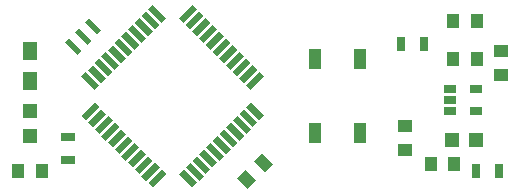
<source format=gtp>
%TF.GenerationSoftware,KiCad,Pcbnew,4.0.4-stable*%
%TF.CreationDate,2016-12-09T18:56:54+00:00*%
%TF.ProjectId,mightyduino,6D69676874796475696E6F2E6B696361,1.2*%
%TF.FileFunction,Paste,Top*%
%FSLAX46Y46*%
G04 Gerber Fmt 4.6, Leading zero omitted, Abs format (unit mm)*
G04 Created by KiCad (PCBNEW 4.0.4-stable) date Friday, 09 '09e' December '09e' 2016, 18:56:54*
%MOMM*%
%LPD*%
G01*
G04 APERTURE LIST*
%ADD10C,0.100000*%
%ADD11R,1.250000X1.000000*%
%ADD12R,1.000000X1.250000*%
%ADD13R,1.198880X1.198880*%
%ADD14R,1.250000X1.500000*%
%ADD15R,1.300000X0.700000*%
%ADD16R,0.700000X1.300000*%
%ADD17R,1.000000X1.700000*%
%ADD18R,1.060000X0.650000*%
G04 APERTURE END LIST*
D10*
D11*
X165100000Y-113030000D03*
X165100000Y-115030000D03*
D12*
X171180000Y-107315000D03*
X169180000Y-107315000D03*
X171180000Y-104140000D03*
X169180000Y-104140000D03*
D10*
G36*
X151781281Y-118342602D02*
X150897398Y-117458719D01*
X151604505Y-116751612D01*
X152488388Y-117635495D01*
X151781281Y-118342602D01*
X151781281Y-118342602D01*
G37*
G36*
X153195495Y-116928388D02*
X152311612Y-116044505D01*
X153018719Y-115337398D01*
X153902602Y-116221281D01*
X153195495Y-116928388D01*
X153195495Y-116928388D01*
G37*
D12*
X167275000Y-116205000D03*
X169275000Y-116205000D03*
D13*
X133350000Y-113858040D03*
X133350000Y-111760000D03*
D14*
X133350000Y-109200000D03*
X133350000Y-106700000D03*
D10*
G36*
X143343177Y-103157302D02*
X143739156Y-102761323D01*
X144870527Y-103892694D01*
X144474548Y-104288673D01*
X143343177Y-103157302D01*
X143343177Y-103157302D01*
G37*
G36*
X142777492Y-103722988D02*
X143173471Y-103327009D01*
X144304842Y-104458380D01*
X143908863Y-104854359D01*
X142777492Y-103722988D01*
X142777492Y-103722988D01*
G37*
G36*
X142211807Y-104288673D02*
X142607786Y-103892694D01*
X143739157Y-105024065D01*
X143343178Y-105420044D01*
X142211807Y-104288673D01*
X142211807Y-104288673D01*
G37*
G36*
X141646121Y-104854358D02*
X142042100Y-104458379D01*
X143173471Y-105589750D01*
X142777492Y-105985729D01*
X141646121Y-104854358D01*
X141646121Y-104854358D01*
G37*
G36*
X141080436Y-105420044D02*
X141476415Y-105024065D01*
X142607786Y-106155436D01*
X142211807Y-106551415D01*
X141080436Y-105420044D01*
X141080436Y-105420044D01*
G37*
G36*
X140514750Y-105985729D02*
X140910729Y-105589750D01*
X142042100Y-106721121D01*
X141646121Y-107117100D01*
X140514750Y-105985729D01*
X140514750Y-105985729D01*
G37*
G36*
X139949065Y-106551415D02*
X140345044Y-106155436D01*
X141476415Y-107286807D01*
X141080436Y-107682786D01*
X139949065Y-106551415D01*
X139949065Y-106551415D01*
G37*
G36*
X139383379Y-107117100D02*
X139779358Y-106721121D01*
X140910729Y-107852492D01*
X140514750Y-108248471D01*
X139383379Y-107117100D01*
X139383379Y-107117100D01*
G37*
G36*
X138817694Y-107682786D02*
X139213673Y-107286807D01*
X140345044Y-108418178D01*
X139949065Y-108814157D01*
X138817694Y-107682786D01*
X138817694Y-107682786D01*
G37*
G36*
X138252009Y-108248471D02*
X138647988Y-107852492D01*
X139779359Y-108983863D01*
X139383380Y-109379842D01*
X138252009Y-108248471D01*
X138252009Y-108248471D01*
G37*
G36*
X137686323Y-108814156D02*
X138082302Y-108418177D01*
X139213673Y-109549548D01*
X138817694Y-109945527D01*
X137686323Y-108814156D01*
X137686323Y-108814156D01*
G37*
G36*
X138082302Y-112561823D02*
X137686323Y-112165844D01*
X138817694Y-111034473D01*
X139213673Y-111430452D01*
X138082302Y-112561823D01*
X138082302Y-112561823D01*
G37*
G36*
X138647988Y-113127508D02*
X138252009Y-112731529D01*
X139383380Y-111600158D01*
X139779359Y-111996137D01*
X138647988Y-113127508D01*
X138647988Y-113127508D01*
G37*
G36*
X139213673Y-113693193D02*
X138817694Y-113297214D01*
X139949065Y-112165843D01*
X140345044Y-112561822D01*
X139213673Y-113693193D01*
X139213673Y-113693193D01*
G37*
G36*
X139779358Y-114258879D02*
X139383379Y-113862900D01*
X140514750Y-112731529D01*
X140910729Y-113127508D01*
X139779358Y-114258879D01*
X139779358Y-114258879D01*
G37*
G36*
X140345044Y-114824564D02*
X139949065Y-114428585D01*
X141080436Y-113297214D01*
X141476415Y-113693193D01*
X140345044Y-114824564D01*
X140345044Y-114824564D01*
G37*
G36*
X140910729Y-115390250D02*
X140514750Y-114994271D01*
X141646121Y-113862900D01*
X142042100Y-114258879D01*
X140910729Y-115390250D01*
X140910729Y-115390250D01*
G37*
G36*
X141476415Y-115955935D02*
X141080436Y-115559956D01*
X142211807Y-114428585D01*
X142607786Y-114824564D01*
X141476415Y-115955935D01*
X141476415Y-115955935D01*
G37*
G36*
X142042100Y-116521621D02*
X141646121Y-116125642D01*
X142777492Y-114994271D01*
X143173471Y-115390250D01*
X142042100Y-116521621D01*
X142042100Y-116521621D01*
G37*
G36*
X142607786Y-117087306D02*
X142211807Y-116691327D01*
X143343178Y-115559956D01*
X143739157Y-115955935D01*
X142607786Y-117087306D01*
X142607786Y-117087306D01*
G37*
G36*
X143173471Y-117652991D02*
X142777492Y-117257012D01*
X143908863Y-116125641D01*
X144304842Y-116521620D01*
X143173471Y-117652991D01*
X143173471Y-117652991D01*
G37*
G36*
X143739156Y-118218677D02*
X143343177Y-117822698D01*
X144474548Y-116691327D01*
X144870527Y-117087306D01*
X143739156Y-118218677D01*
X143739156Y-118218677D01*
G37*
G36*
X145959473Y-117087306D02*
X146355452Y-116691327D01*
X147486823Y-117822698D01*
X147090844Y-118218677D01*
X145959473Y-117087306D01*
X145959473Y-117087306D01*
G37*
G36*
X146525158Y-116521620D02*
X146921137Y-116125641D01*
X148052508Y-117257012D01*
X147656529Y-117652991D01*
X146525158Y-116521620D01*
X146525158Y-116521620D01*
G37*
G36*
X147090843Y-115955935D02*
X147486822Y-115559956D01*
X148618193Y-116691327D01*
X148222214Y-117087306D01*
X147090843Y-115955935D01*
X147090843Y-115955935D01*
G37*
G36*
X147656529Y-115390250D02*
X148052508Y-114994271D01*
X149183879Y-116125642D01*
X148787900Y-116521621D01*
X147656529Y-115390250D01*
X147656529Y-115390250D01*
G37*
G36*
X148222214Y-114824564D02*
X148618193Y-114428585D01*
X149749564Y-115559956D01*
X149353585Y-115955935D01*
X148222214Y-114824564D01*
X148222214Y-114824564D01*
G37*
G36*
X148787900Y-114258879D02*
X149183879Y-113862900D01*
X150315250Y-114994271D01*
X149919271Y-115390250D01*
X148787900Y-114258879D01*
X148787900Y-114258879D01*
G37*
G36*
X149353585Y-113693193D02*
X149749564Y-113297214D01*
X150880935Y-114428585D01*
X150484956Y-114824564D01*
X149353585Y-113693193D01*
X149353585Y-113693193D01*
G37*
G36*
X149919271Y-113127508D02*
X150315250Y-112731529D01*
X151446621Y-113862900D01*
X151050642Y-114258879D01*
X149919271Y-113127508D01*
X149919271Y-113127508D01*
G37*
G36*
X150484956Y-112561822D02*
X150880935Y-112165843D01*
X152012306Y-113297214D01*
X151616327Y-113693193D01*
X150484956Y-112561822D01*
X150484956Y-112561822D01*
G37*
G36*
X151050641Y-111996137D02*
X151446620Y-111600158D01*
X152577991Y-112731529D01*
X152182012Y-113127508D01*
X151050641Y-111996137D01*
X151050641Y-111996137D01*
G37*
G36*
X151616327Y-111430452D02*
X152012306Y-111034473D01*
X153143677Y-112165844D01*
X152747698Y-112561823D01*
X151616327Y-111430452D01*
X151616327Y-111430452D01*
G37*
G36*
X152012306Y-109945527D02*
X151616327Y-109549548D01*
X152747698Y-108418177D01*
X153143677Y-108814156D01*
X152012306Y-109945527D01*
X152012306Y-109945527D01*
G37*
G36*
X151446620Y-109379842D02*
X151050641Y-108983863D01*
X152182012Y-107852492D01*
X152577991Y-108248471D01*
X151446620Y-109379842D01*
X151446620Y-109379842D01*
G37*
G36*
X150880935Y-108814157D02*
X150484956Y-108418178D01*
X151616327Y-107286807D01*
X152012306Y-107682786D01*
X150880935Y-108814157D01*
X150880935Y-108814157D01*
G37*
G36*
X150315250Y-108248471D02*
X149919271Y-107852492D01*
X151050642Y-106721121D01*
X151446621Y-107117100D01*
X150315250Y-108248471D01*
X150315250Y-108248471D01*
G37*
G36*
X149749564Y-107682786D02*
X149353585Y-107286807D01*
X150484956Y-106155436D01*
X150880935Y-106551415D01*
X149749564Y-107682786D01*
X149749564Y-107682786D01*
G37*
G36*
X149183879Y-107117100D02*
X148787900Y-106721121D01*
X149919271Y-105589750D01*
X150315250Y-105985729D01*
X149183879Y-107117100D01*
X149183879Y-107117100D01*
G37*
G36*
X148618193Y-106551415D02*
X148222214Y-106155436D01*
X149353585Y-105024065D01*
X149749564Y-105420044D01*
X148618193Y-106551415D01*
X148618193Y-106551415D01*
G37*
G36*
X148052508Y-105985729D02*
X147656529Y-105589750D01*
X148787900Y-104458379D01*
X149183879Y-104854358D01*
X148052508Y-105985729D01*
X148052508Y-105985729D01*
G37*
G36*
X147486822Y-105420044D02*
X147090843Y-105024065D01*
X148222214Y-103892694D01*
X148618193Y-104288673D01*
X147486822Y-105420044D01*
X147486822Y-105420044D01*
G37*
G36*
X146921137Y-104854359D02*
X146525158Y-104458380D01*
X147656529Y-103327009D01*
X148052508Y-103722988D01*
X146921137Y-104854359D01*
X146921137Y-104854359D01*
G37*
G36*
X146355452Y-104288673D02*
X145959473Y-103892694D01*
X147090844Y-102761323D01*
X147486823Y-103157302D01*
X146355452Y-104288673D01*
X146355452Y-104288673D01*
G37*
D15*
X136525000Y-113985000D03*
X136525000Y-115885000D03*
D16*
X171135000Y-116840000D03*
X173035000Y-116840000D03*
X166685000Y-106045000D03*
X164785000Y-106045000D03*
D17*
X161285000Y-107340000D03*
X161285000Y-113640000D03*
X157485000Y-107340000D03*
X157485000Y-113640000D03*
D10*
G36*
X137467256Y-104728702D02*
X138527916Y-105789362D01*
X138174362Y-106142916D01*
X137113702Y-105082256D01*
X137467256Y-104728702D01*
X137467256Y-104728702D01*
G37*
G36*
X136618728Y-105577231D02*
X137679388Y-106637891D01*
X137325834Y-106991445D01*
X136265174Y-105930785D01*
X136618728Y-105577231D01*
X136618728Y-105577231D01*
G37*
G36*
X138315785Y-103880174D02*
X139376445Y-104940834D01*
X139022891Y-105294388D01*
X137962231Y-104233728D01*
X138315785Y-103880174D01*
X138315785Y-103880174D01*
G37*
D11*
X173228000Y-108680000D03*
X173228000Y-106680000D03*
D18*
X168910000Y-109860000D03*
X168910000Y-110810000D03*
X168910000Y-111760000D03*
X171110000Y-111760000D03*
X171110000Y-109860000D03*
D12*
X134350000Y-116840000D03*
X132350000Y-116840000D03*
D13*
X171135040Y-114173000D03*
X169037000Y-114173000D03*
M02*

</source>
